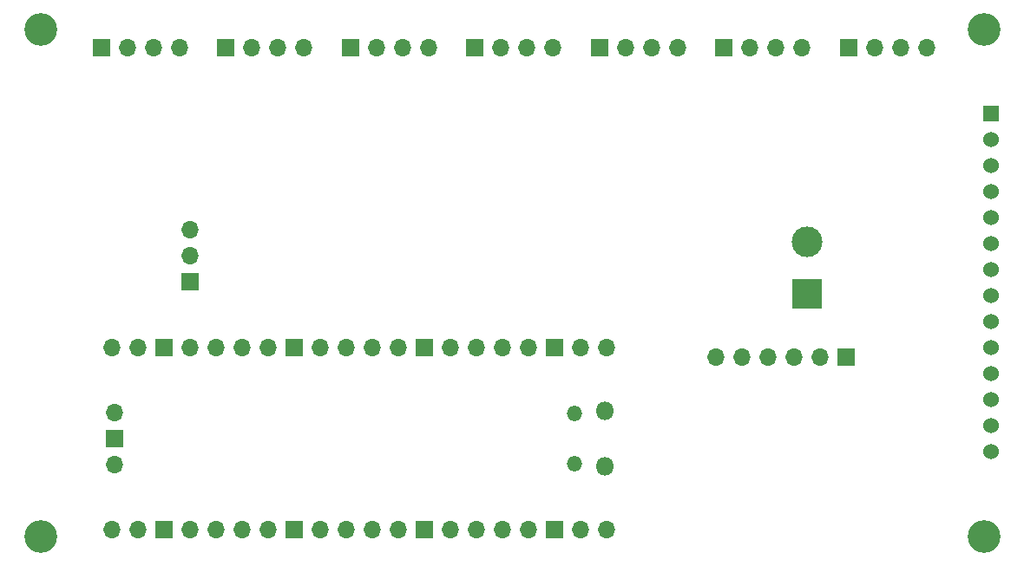
<source format=gbr>
%TF.GenerationSoftware,KiCad,Pcbnew,(6.0.1)*%
%TF.CreationDate,2022-11-17T10:08:14-05:00*%
%TF.ProjectId,ThermixelCtrl,54686572-6d69-4786-956c-4374726c2e6b,rev?*%
%TF.SameCoordinates,Original*%
%TF.FileFunction,Soldermask,Bot*%
%TF.FilePolarity,Negative*%
%FSLAX46Y46*%
G04 Gerber Fmt 4.6, Leading zero omitted, Abs format (unit mm)*
G04 Created by KiCad (PCBNEW (6.0.1)) date 2022-11-17 10:08:14*
%MOMM*%
%LPD*%
G01*
G04 APERTURE LIST*
%ADD10R,1.700000X1.700000*%
%ADD11O,1.700000X1.700000*%
%ADD12C,3.200000*%
%ADD13O,1.800000X1.800000*%
%ADD14O,1.500000X1.500000*%
%ADD15R,3.000000X3.000000*%
%ADD16C,3.000000*%
%ADD17R,1.524000X1.524000*%
%ADD18C,1.524000*%
G04 APERTURE END LIST*
D10*
%TO.C,J3*%
X81534000Y-34995000D03*
D11*
X78994000Y-34995000D03*
X76454000Y-34995000D03*
X73914000Y-34995000D03*
X71374000Y-34995000D03*
X68834000Y-34995000D03*
%TD*%
D10*
%TO.C,J4*%
X8890000Y-4826000D03*
D11*
X11430000Y-4826000D03*
X13970000Y-4826000D03*
X16510000Y-4826000D03*
%TD*%
D10*
%TO.C,J5*%
X21039666Y-4826000D03*
D11*
X23579666Y-4826000D03*
X26119666Y-4826000D03*
X28659666Y-4826000D03*
%TD*%
D10*
%TO.C,J6*%
X33189332Y-4826000D03*
D11*
X35729332Y-4826000D03*
X38269332Y-4826000D03*
X40809332Y-4826000D03*
%TD*%
D10*
%TO.C,J7*%
X45338998Y-4826000D03*
D11*
X47878998Y-4826000D03*
X50418998Y-4826000D03*
X52958998Y-4826000D03*
%TD*%
D10*
%TO.C,J8*%
X57488664Y-4826000D03*
D11*
X60028664Y-4826000D03*
X62568664Y-4826000D03*
X65108664Y-4826000D03*
%TD*%
D10*
%TO.C,J9*%
X69638330Y-4826000D03*
D11*
X72178330Y-4826000D03*
X74718330Y-4826000D03*
X77258330Y-4826000D03*
%TD*%
D10*
%TO.C,J10*%
X81788000Y-4826000D03*
D11*
X84328000Y-4826000D03*
X86868000Y-4826000D03*
X89408000Y-4826000D03*
%TD*%
D12*
%TO.C,H1*%
X3000000Y-52500000D03*
%TD*%
%TO.C,H2*%
X3000000Y-3000000D03*
%TD*%
%TO.C,H3*%
X95000000Y-3000000D03*
%TD*%
%TO.C,H4*%
X95000000Y-52500000D03*
%TD*%
D13*
%TO.C,U2*%
X58070000Y-40242600D03*
D14*
X55040000Y-45392600D03*
D13*
X58070000Y-45692600D03*
D14*
X55040000Y-40542600D03*
D11*
X58200000Y-34077600D03*
X55660000Y-34077600D03*
D10*
X53120000Y-34077600D03*
D11*
X50580000Y-34077600D03*
X48040000Y-34077600D03*
X45500000Y-34077600D03*
X42960000Y-34077600D03*
D10*
X40420000Y-34077600D03*
D11*
X37880000Y-34077600D03*
X35340000Y-34077600D03*
X32800000Y-34077600D03*
X30260000Y-34077600D03*
D10*
X27720000Y-34077600D03*
D11*
X25180000Y-34077600D03*
X22640000Y-34077600D03*
X20100000Y-34077600D03*
X17560000Y-34077600D03*
D10*
X15020000Y-34077600D03*
D11*
X12480000Y-34077600D03*
X9940000Y-34077600D03*
X9940000Y-51857600D03*
X12480000Y-51857600D03*
D10*
X15020000Y-51857600D03*
D11*
X17560000Y-51857600D03*
X20100000Y-51857600D03*
X22640000Y-51857600D03*
X25180000Y-51857600D03*
D10*
X27720000Y-51857600D03*
D11*
X30260000Y-51857600D03*
X32800000Y-51857600D03*
X35340000Y-51857600D03*
X37880000Y-51857600D03*
D10*
X40420000Y-51857600D03*
D11*
X42960000Y-51857600D03*
X45500000Y-51857600D03*
X48040000Y-51857600D03*
X50580000Y-51857600D03*
D10*
X53120000Y-51857600D03*
D11*
X55660000Y-51857600D03*
X58200000Y-51857600D03*
X10170000Y-40427600D03*
D10*
X10170000Y-42967600D03*
D11*
X10170000Y-45507600D03*
%TD*%
D10*
%TO.C,J2*%
X17526000Y-27686000D03*
D11*
X17526000Y-25146000D03*
X17526000Y-22606000D03*
%TD*%
D15*
%TO.C,J1*%
X77720000Y-28800000D03*
D16*
X77720000Y-23720000D03*
%TD*%
D17*
%TO.C,DIS1*%
X95750000Y-11220000D03*
D18*
X95750000Y-13760000D03*
X95750000Y-16300000D03*
X95750000Y-18840000D03*
X95750000Y-21380000D03*
X95750000Y-23920000D03*
X95750000Y-26460000D03*
X95750000Y-29000000D03*
X95750000Y-31540000D03*
X95750000Y-34080000D03*
X95750000Y-36620000D03*
X95750000Y-39160000D03*
X95750000Y-41700000D03*
X95750000Y-44240000D03*
%TD*%
M02*

</source>
